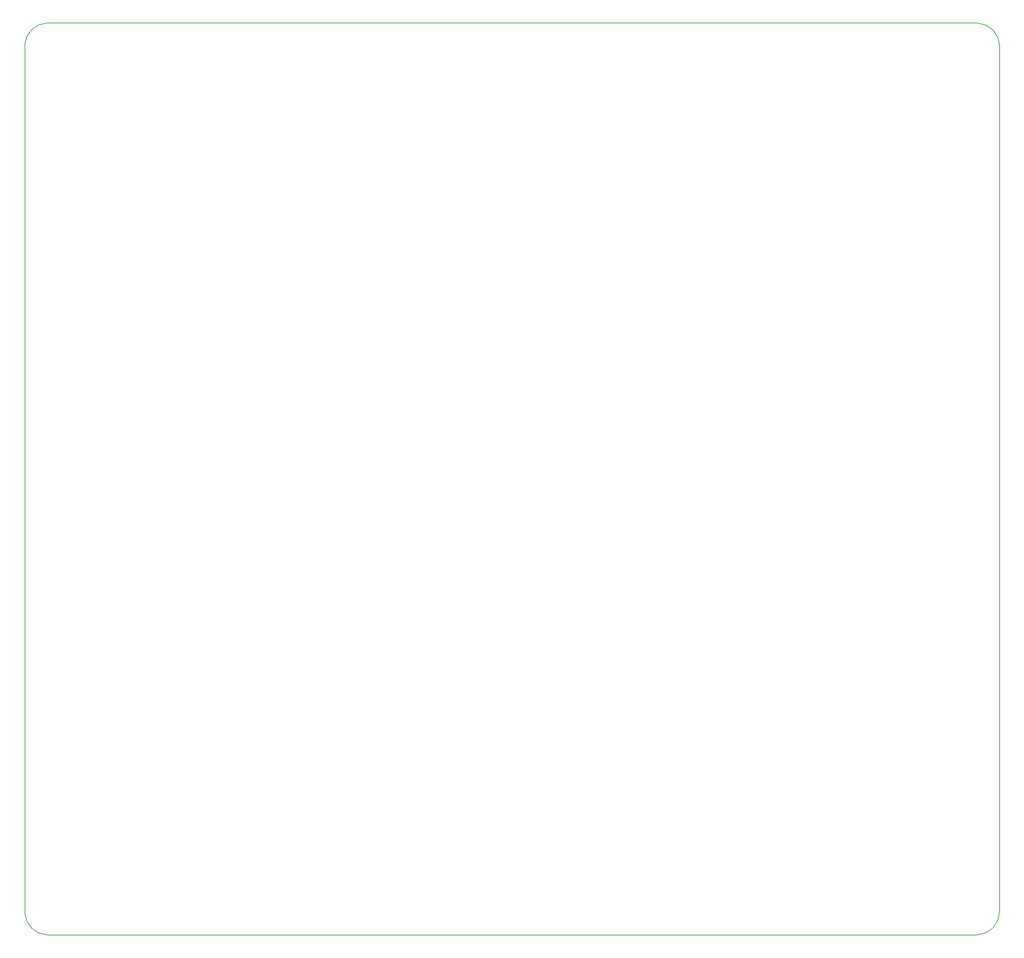
<source format=gbr>
%TF.GenerationSoftware,KiCad,Pcbnew,8.0.1*%
%TF.CreationDate,2024-03-18T01:33:03-07:00*%
%TF.ProjectId,huffboard,68756666-626f-4617-9264-2e6b69636164,rev?*%
%TF.SameCoordinates,Original*%
%TF.FileFunction,Profile,NP*%
%FSLAX46Y46*%
G04 Gerber Fmt 4.6, Leading zero omitted, Abs format (unit mm)*
G04 Created by KiCad (PCBNEW 8.0.1) date 2024-03-18 01:33:03*
%MOMM*%
%LPD*%
G01*
G04 APERTURE LIST*
%TA.AperFunction,Profile*%
%ADD10C,0.050000*%
%TD*%
G04 APERTURE END LIST*
D10*
X247500000Y-129500000D02*
G75*
G02*
X244500000Y-132500000I-3000000J0D01*
G01*
X123500000Y-129500000D02*
X123500000Y-19500000D01*
X126500000Y-132500000D02*
G75*
G02*
X123500000Y-129500000I0J3000000D01*
G01*
X244500000Y-16500000D02*
G75*
G02*
X247500000Y-19500000I0J-3000000D01*
G01*
X123500000Y-19500000D02*
G75*
G02*
X126500000Y-16500000I3000000J0D01*
G01*
X244500000Y-132500000D02*
X126500000Y-132500000D01*
X126500000Y-16500000D02*
X244500000Y-16500000D01*
X247500000Y-19500000D02*
X247500000Y-129500000D01*
M02*

</source>
